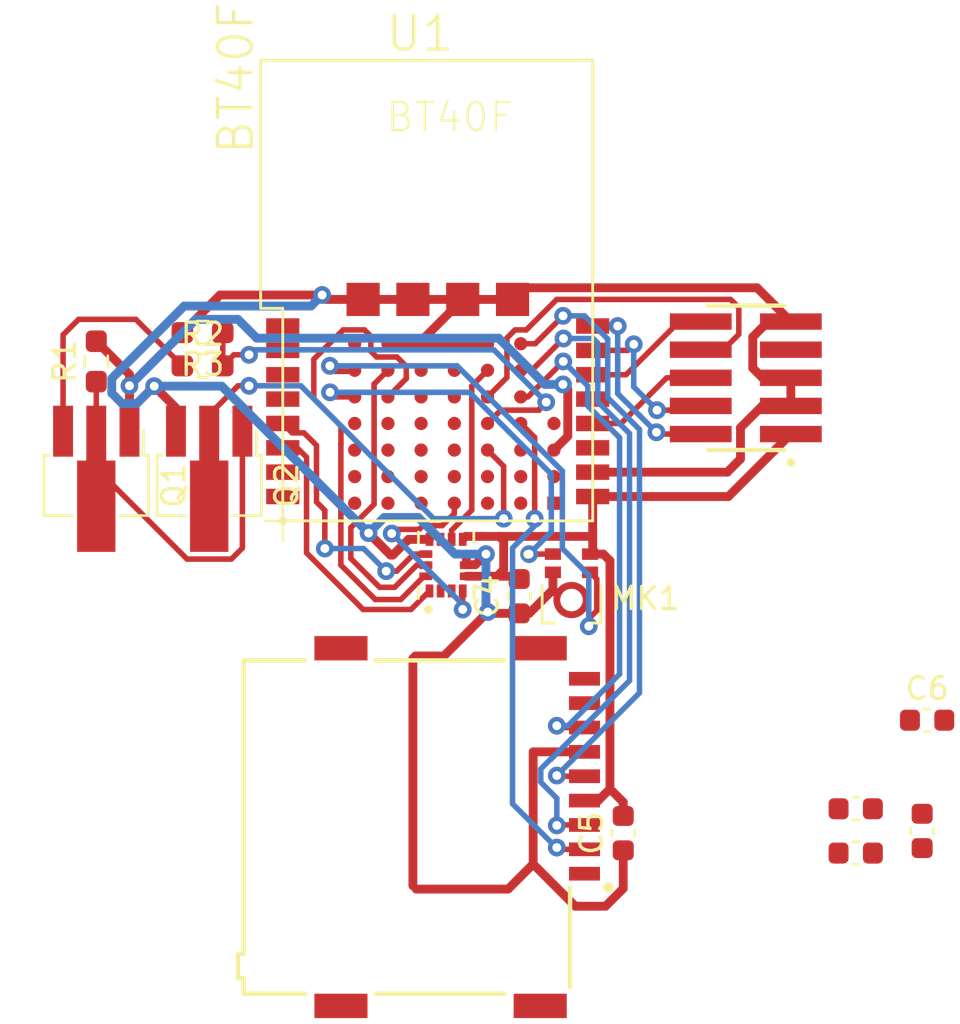
<source format=kicad_pcb>
(kicad_pcb (version 20221018) (generator pcbnew)
  (layers (0 "F.Cu" signal) (31 "B.Cu" signal) (34 "B.Paste" user) (35 "F.Paste" user) (36 "B.SilkS" user "B.Silkscreen") (37 "F.SilkS" user "F.Silkscreen") (38 "B.Mask" user) (39 "F.Mask" user) (44 "Edge.Cuts" user))
  (net 0 "")
  (net 1 "GND")
  (net 2 "VCC")
  (net 3 "Net-(U1-SWDIO)")
  (net 4 "Net-(U1-SWCLK)")
  (net 5 "Net-(U1-P11{slash}SWO)")
  (net 7 "VBAT")
  (net 8 "Net-(U1-P21{slash}RESET)")
  (net 10 "/SPI3_CS")
  (net 11 "/SPI3_MOSI")
  (net 12 "/SPI3_SCK")
  (net 13 "/SPI3_MISO")
  (net 17 "/I2S_SDIN")
  (net 18 "/I2S_SCK_M")
  (net 20 "/SPI2_CS")
  (net 21 "/SPI2_MISO")
  (net 22 "/SPI2_SCK")
  (net 23 "/SPI2_MOSI")
  (net 26 "/SWD_NC")
  (net 50 "/SPI2_INT")
  (net 51 "/ICM_CLKIN")
  (net 52 "VBAT_div")
  (net 53 "Net-(Q2-G)")
  (net 67 "Net-(Q1-G)")
  (net 68 "Net-(Q1-S)")
  (footprint "Fanstel_modules:BT40F" (layer "F.Cu") (at 114.12244 70.99998)
    (fp_text reference "U1")
    (fp_text value "BT40F")
  )
  (footprint "ICM-42688-P:PQFN50P300X250X97-14N" (layer "F.Cu") (at 121.5 73 90)
    (fp_text reference "U3" hide)
    (fp_text value "ICM-42688-P")
  )
  (footprint "FTSH-105-01-F-DV-P-TR:SAMTEC_FTSH-105-01-F-DV-P-TR" (layer "F.Cu") (at 135.035 64.54 90)
    (fp_text reference "J1" hide)
    (fp_text value "FTSH-105-01-F-DV-P-TR" hide)
  )
  (footprint "SPH0655LM4H-1:MIC_SPH0655LM4H-1" (layer "F.Cu") (at 127.1625 73.864)
    (fp_text reference "MK1")
    (fp_text value "SPH0655LM4H-1")
  )
  (footprint "Capacitor_SMD:C_0603_1608Metric" (layer "F.Cu") (at 140 86 180)
    (fp_text reference "C2" hide)
    (fp_text value "C" hide)
  )
  (footprint "Capacitor_SMD:C_0603_1608Metric" (layer "F.Cu") (at 129.5 85.1 90)
    (fp_text reference "C5")
    (fp_text value "C")
  )
  (footprint "MEM2075-00-140-01-A:GCT_MEM2075-00-140-01-A" (layer "F.Cu") (at 116.33 84.35 -90)
    (fp_text reference "J2" hide)
    (fp_text value "MEM2075-00-140-01-A" hide)
  )
  (footprint "Capacitor_SMD:C_0603_1608Metric" (layer "F.Cu") (at 140 84 180)
    (fp_text reference "C3" hide)
    (fp_text value "C" hide)
  )
  (footprint "Resistor_SMD:R_0603_1608Metric_Pad0.98x0.95mm_HandSolder" (layer "F.Cu") (at 110.5 64)
    (fp_text reference "R2")
    (fp_text value "R")
  )
  (footprint "Package_TO_SOT_SMD:SOT-89-3_Handsoldering" (layer "F.Cu") (at 105.7 69.4 -90)
    (fp_text reference "Q1")
    (fp_text value "PMOS")
  )
  (footprint "Package_TO_SOT_SMD:SOT-89-3_Handsoldering" (layer "F.Cu") (at 110.8 69.4 -90)
    (fp_text reference "Q2")
    (fp_text value "NMOS")
  )
  (footprint "Capacitor_SMD:C_0603_1608Metric" (layer "F.Cu") (at 143.225 80)
    (fp_text reference "C6")
    (fp_text value "C")
  )
  (footprint "Capacitor_SMD:C_0603_1608Metric" (layer "F.Cu") (at 124.8 74.4 90)
    (fp_text reference "C4")
    (fp_text value "C")
  )
  (footprint "Resistor_SMD:R_0603_1608Metric_Pad0.98x0.95mm_HandSolder" (layer "F.Cu") (at 105.7 63.8 90)
    (fp_text reference "R1")
    (fp_text value "100k")
  )
  (footprint "Resistor_SMD:R_0603_1608Metric_Pad0.98x0.95mm_HandSolder" (layer "F.Cu") (at 110.5 62.5 180)
    (fp_text reference "R3")
    (fp_text value "R")
  )
  (footprint "Capacitor_SMD:C_0603_1608Metric" (layer "F.Cu") (at 143 85 -90)
    (fp_text reference "C1" hide)
    (fp_text value "C" hide)
  )
  (segment (start 117.7521 61) (end 124.50088 61) (width 0.4) (layer "F.Cu") (net 1))
  (segment (start 120.117156 77.1) (end 120 77.217156) (width 0.4) (layer "F.Cu") (net 1))
  (segment (start 138.095 64.54) (end 137.07 64.54) (width 0.25) (layer "F.Cu") (net 1))
  (segment (start 108.315332 64.915332) (end 108.4 65) (width 0.25) (layer "F.Cu") (net 1))
  (segment (start 126.325 74.105406) (end 126.4875 74.267906) (width 0.4) (layer "F.Cu") (net 1))
  (segment (start 135.775 65.81) (end 134.795 66.79) (width 0.4) (layer "F.Cu") (net 1))
  (segment (start 137.07 65.81) (end 137.07 64.54) (width 0.4) (layer "F.Cu") (net 1))
  (segment (start 120 77.217156) (end 120 87.476778) (width 0.4) (layer "F.Cu") (net 1))
  (segment (start 122.25044 61) (end 120.37084 62.8796) (width 0.4) (layer "F.Cu") (net 1))
  (segment (start 126.325 73.322) (end 126.325 74.131906) (width 0.4) (layer "F.Cu") (net 1))
  (segment (start 123.383929 75.116071) (end 123.442858 75.175) (width 0.4) (layer "F.Cu") (net 1))
  (segment (start 122.415 72.5) (end 122.415 72.975) (width 0.4) (layer "F.Cu") (net 1))
  (segment (start 120.148222 87.625) (end 120 87.476778) (width 0.25) (layer "F.Cu") (net 1))
  (segment (start 119.802674 71.835) (end 120.75 71.835) (width 0.4) (layer "F.Cu") (net 1))
  (segment (start 124.50088 61) (end 125.02588 60.475) (width 0.4) (layer "F.Cu") (net 1))
  (segment (start 116.1 61) (end 117.7521 61) (width 0.4) (layer "F.Cu") (net 1))
  (segment (start 123.442858 75.175) (end 124.8 75.175) (width 0.4) (layer "F.Cu") (net 1))
  (segment (start 125.431527 81.431527) (end 125.431527 86.495251) (width 0.4) (layer "F.Cu") (net 1))
  (segment (start 122.825 72.975) (end 122.415 72.975) (width 0.4) (layer "F.Cu") (net 1))
  (segment (start 134.19966 68.80034) (end 128.12038 68.80034) (width 0.4) (layer "F.Cu") (net 1))
  (segment (start 135.35 64.1) (end 135.79 64.54) (width 0.4) (layer "F.Cu") (net 1))
  (segment (start 124.8 75.175) (end 125.255406 75.175) (width 0.4) (layer "F.Cu") (net 1))
  (segment (start 129.5 85.875) (end 129.5 87.6) (width 0.4) (layer "F.Cu") (net 1))
  (segment (start 125.431527 86.495251) (end 124.301778 87.625) (width 0.4) (layer "F.Cu") (net 1))
  (segment (start 115.9 60.8) (end 111.2875 60.8) (width 0.4) (layer "F.Cu") (net 1))
  (segment (start 136.045 62) (end 135.35 62.695) (width 0.4) (layer "F.Cu") (net 1))
  (segment (start 134.795 66.79) (end 134.795 68.205) (width 0.4) (layer "F.Cu") (net 1))
  (segment (start 125.433054 81.43) (end 127.75 81.43) (width 0.4) (layer "F.Cu") (net 1))
  (segment (start 125.431527 81.431527) (end 125.433054 81.43) (width 0.25) (layer "F.Cu") (net 1))
  (segment (start 120.37084 62.8796) (end 120.37084 63.00152) (width 0.4) (layer "F.Cu") (net 1))
  (segment (start 129.5 87.6) (end 128.7 88.4) (width 0.4) (layer "F.Cu") (net 1))
  (segment (start 123.37058 63.00152) (end 118.87224 63.00152) (width 0.4) (layer "F.Cu") (net 1))
  (segment (start 111.2875 60.8) (end 109.5875 62.5) (width 0.4) (layer "F.Cu") (net 1))
  (segment (start 123.383929 75.116071) (end 121.4 77.1) (width 0.4) (layer "F.Cu") (net 1))
  (segment (start 121.4 77.1) (end 120.117156 77.1) (width 0.4) (layer "F.Cu") (net 1))
  (segment (start 128.7 88.4) (end 127.336276 88.4) (width 0.4) (layer "F.Cu") (net 1))
  (segment (start 118 71.55164) (end 118.992245 72.543885) (width 0.4) (layer "F.Cu") (net 1))
  (segment (start 137.07 62) (end 136.045 62) (width 0.4) (layer "F.Cu") (net 1))
  (segment (start 135.79 64.54) (end 137.07 64.54) (width 0.4) (layer "F.Cu") (net 1))
  (segment (start 123.3005 72.4995) (end 122.825 72.975) (width 0.4) (layer "F.Cu") (net 1))
  (segment (start 108.315332 64.915332) (end 109.3 65.9) (width 0.4) (layer "F.Cu") (net 1))
  (segment (start 137.07 62) (end 138.095 62) (width 0.25) (layer "F.Cu") (net 1))
  (segment (start 118.992245 72.543885) (end 119.093789 72.543885) (width 0.4) (layer "F.Cu") (net 1))
  (segment (start 137.07 65.81) (end 135.775 65.81) (width 0.4) (layer "F.Cu") (net 1))
  (segment (start 135.35 62.695) (end 135.35 64.1) (width 0.4) (layer "F.Cu") (net 1))
  (segment (start 115.9 60.8) (end 116.1 61) (width 0.4) (layer "F.Cu") (net 1))
  (segment (start 135.545 60.475) (end 137.07 62) (width 0.4) (layer "F.Cu") (net 1))
  (segment (start 119.093789 72.543885) (end 119.802674 71.835) (width 0.4) (layer "F.Cu") (net 1))
  (segment (start 134.795 68.205) (end 134.19966 68.80034) (width 0.4) (layer "F.Cu") (net 1))
  (segment (start 127.336276 88.4) (end 125.431527 86.495251) (width 0.4) (layer "F.Cu") (net 1))
  (segment (start 125.255406 75.175) (end 126.325 74.105406) (width 0.4) (layer "F.Cu") (net 1))
  (segment (start 109.3 65.9) (end 109.3 66.95) (width 0.25) (layer "F.Cu") (net 1))
  (segment (start 124.301778 87.625) (end 120.148222 87.625) (width 0.4) (layer "F.Cu") (net 1))
  (segment (start 125.02588 60.475) (end 135.545 60.475) (width 0.4) (layer "F.Cu") (net 1))
  (via (at 115.9 60.8) (size 0.8) (drill 0.4) (layers "F.Cu" "B.Cu") (net 1))
  (via (at 123.383929 75.116071) (size 0.8) (drill 0.4) (layers "F.Cu" "B.Cu") (net 1))
  (via (at 108.315332 64.915332) (size 0.8) (drill 0.4) (layers "F.Cu" "B.Cu") (net 1))
  (via (at 123.3005 72.4995) (size 0.8) (drill 0.4) (layers "F.Cu" "B.Cu") (net 1))
  (via (at 118 71.55164) (size 0.8) (drill 0.4) (layers "F.Cu" "B.Cu") (net 1))
  (segment (start 123.3 72.5) (end 123.3 75.032142) (width 0.4) (layer "B.Cu") (net 1))
  (segment (start 123.3005 72.4995) (end 123.3 72.5) (width 0.25) (layer "B.Cu") (net 1))
  (segment (start 106.4 65.231371) (end 106.868629 65.7) (width 0.4) (layer "B.Cu") (net 1))
  (segment (start 111.363692 64.915332) (end 108.315332 64.915332) (width 0.4) (layer "B.Cu") (net 1))
  (segment (start 118 71.55164) (end 111.363692 64.915332) (width 0.4) (layer "B.Cu") (net 1))
  (segment (start 118.706582 70.845058) (end 118 71.55164) (width 0.4) (layer "B.Cu") (net 1))
  (segment (start 123.3005 72.4995) (end 123.301 72.5) (width 0.25) (layer "B.Cu") (net 1))
  (segment (start 115.4 61.3) (end 109.668629 61.3) (width 0.4) (layer "B.Cu") (net 1))
  (segment (start 107.530664 65.7) (end 108.315332 64.915332) (width 0.4) (layer "B.Cu") (net 1))
  (segment (start 106.4 64.568629) (end 106.4 65.231371) (width 0.4) (layer "B.Cu") (net 1))
  (segment (start 109.668629 61.3) (end 106.4 64.568629) (width 0.4) (layer "B.Cu") (net 1))
  (segment (start 115.9 60.8) (end 115.4 61.3) (width 0.4) (layer "B.Cu") (net 1))
  (segment (start 121.901809 72.5) (end 120.246867 70.845058) (width 0.4) (layer "B.Cu") (net 1))
  (segment (start 123.301 72.5) (end 123.4 72.5) (width 0.25) (layer "B.Cu") (net 1))
  (segment (start 120.246867 70.845058) (end 118.706582 70.845058) (width 0.4) (layer "B.Cu") (net 1))
  (segment (start 123.3 72.5) (end 121.901809 72.5) (width 0.4) (layer "B.Cu") (net 1))
  (segment (start 123.3 75.032142) (end 123.383929 75.116071) (width 0.25) (layer "B.Cu") (net 1))
  (segment (start 106.868629 65.7) (end 107.530664 65.7) (width 0.4) (layer "B.Cu") (net 1))
  (segment (start 128.9 83.1) (end 128.9 72.7985) (width 0.4) (layer "F.Cu") (net 2))
  (segment (start 128.12038 72.37962) (end 128.12038 71.7) (width 0.4) (layer "F.Cu") (net 2))
  (segment (start 123.9 71.7) (end 123.04 71.7) (width 0.4) (layer "F.Cu") (net 2))
  (segment (start 124.1005 73.1995) (end 123.8 73.5) (width 0.4) (layer "F.Cu") (net 2))
  (segment (start 134.24984 69.90016) (end 137.07 67.08) (width 0.4) (layer "F.Cu") (net 2))
  (segment (start 124.675 73.5) (end 124.8 73.625) (width 0.4) (layer "F.Cu") (net 2))
  (segment (start 123.9 71.7) (end 124.1005 71.9005) (width 0.4) (layer "F.Cu") (net 2))
  (segment (start 128.12038 72.35312) (end 128 72.4735) (width 0.4) (layer "F.Cu") (net 2))
  (segment (start 127.75 83.63) (end 128.37 83.63) (width 0.4) (layer "F.Cu") (net 2))
  (segment (start 128.37 83.63) (end 128.9 83.1) (width 0.4) (layer "F.Cu") (net 2))
  (segment (start 129.5 83.7) (end 128.9 83.1) (width 0.4) (layer "F.Cu") (net 2))
  (segment (start 124.1005 71.9005) (end 124.1005 73.1995) (width 0.4) (layer "F.Cu") (net 2))
  (segment (start 128.9 72.7985) (end 128.6015 72.5) (width 0.4) (layer "F.Cu") (net 2))
  (segment (start 128.12038 69.90016) (end 134.24984 69.90016) (width 0.4) (layer "F.Cu") (net 2))
  (segment (start 122.385 71.7) (end 122.325 71.76) (width 0.4) (layer "F.Cu") (net 2))
  (segment (start 123.8 73.5) (end 124.675 73.5) (width 0.4) (layer "F.Cu") (net 2))
  (segment (start 122.415 73.5) (end 123.8 73.5) (width 0.4) (layer "F.Cu") (net 2))
  (segment (start 123.04 71.7) (end 122.385 71.7) (width 0.4) (layer "F.Cu") (net 2))
  (segment (start 123.9 71.7) (end 128.12038 71.7) (width 0.4) (layer "F.Cu") (net 2))
  (segment (start 128.6015 72.5) (end 128 72.5) (width 0.4) (layer "F.Cu") (net 2))
  (segment (start 128.12038 71.7) (end 128.12038 69.90016) (width 0.4) (layer "F.Cu") (net 2))
  (segment (start 129.5 84.325) (end 129.5 83.7) (width 0.4) (layer "F.Cu") (net 2))
  (segment (start 131.07975 67.08) (end 133 67.08) (width 0.25) (layer "F.Cu") (net 3))
  (segment (start 129.25 62.20142) (end 128.12038 62.20142) (width 0.25) (layer "F.Cu") (net 3))
  (segment (start 130.998922 66.999172) (end 131.07975 67.08) (width 0.25) (layer "F.Cu") (net 3))
  (via (at 129.25 62.20142) (size 0.8) (drill 0.4) (layers "F.Cu" "B.Cu") (net 3))
  (via (at 130.998922 66.999172) (size 0.8) (drill 0.4) (layers "F.Cu" "B.Cu") (net 3))
  (segment (start 129.25 65.25) (end 130.25 66.25) (width 0.25) (layer "B.Cu") (net 3))
  (segment (start 130.25 66.25) (end 130.25 66.250707) (width 0.25) (layer "B.Cu") (net 3))
  (segment (start 129.25 62.20142) (end 129.25 65.25) (width 0.25) (layer "B.Cu") (net 3))
  (segment (start 130.998465 66.999172) (end 130.998922 66.999172) (width 0.25) (layer "B.Cu") (net 3))
  (segment (start 130.25 66.250707) (end 130.998465 66.999172) (width 0.25) (layer "B.Cu") (net 3))
  (segment (start 129.699467 63.30124) (end 128.12038 63.30124) (width 0.25) (layer "F.Cu") (net 4))
  (segment (start 131.024245 66.000354) (end 131.664646 66.000354) (width 0.25) (layer "F.Cu") (net 4))
  (segment (start 131.855 65.81) (end 133 65.81) (width 0.25) (layer "F.Cu") (net 4))
  (segment (start 131.664646 66.000354) (end 131.855 65.81) (width 0.25) (layer "F.Cu") (net 4))
  (segment (start 129.974025 63.026682) (end 129.699467 63.30124) (width 0.25) (layer "F.Cu") (net 4))
  (via (at 131.024245 66.000354) (size 0.8) (drill 0.4) (layers "F.Cu" "B.Cu") (net 4))
  (via (at 129.974025 63.026682) (size 0.8) (drill 0.4) (layers "F.Cu" "B.Cu") (net 4))
  (segment (start 129.974025 64.950134) (end 131.024245 66.000354) (width 0.25) (layer "B.Cu") (net 4))
  (segment (start 129.974025 63.026682) (end 129.974025 64.950134) (width 0.25) (layer "B.Cu") (net 4))
  (segment (start 129.3993 66.6007) (end 131.46 64.54) (width 0.25) (layer "F.Cu") (net 5))
  (segment (start 131.46 64.54) (end 133 64.54) (width 0.25) (layer "F.Cu") (net 5))
  (segment (start 128.12038 66.6007) (end 129.3993 66.6007) (width 0.25) (layer "F.Cu") (net 5))
  (segment (start 107.2 64.9) (end 107.2 64.3875) (width 0.4) (layer "F.Cu") (net 7))
  (segment (start 126.37032 67.80212) (end 126.99504 67.1774) (width 0.4) (layer "F.Cu") (net 7))
  (segment (start 107.2 64.3875) (end 105.7 62.8875) (width 0.4) (layer "F.Cu") (net 7))
  (segment (start 126.778015 64.837928) (end 126.99504 65.054953) (width 0.4) (layer "F.Cu") (net 7))
  (segment (start 126.99504 65.054953) (end 126.99504 67.1774) (width 0.4) (layer "F.Cu") (net 7))
  (segment (start 107.2 64.9) (end 107.2 66.95) (width 0.4) (layer "F.Cu") (net 7))
  (via (at 126.778015 64.837928) (size 0.8) (drill 0.4) (layers "F.Cu" "B.Cu") (net 7))
  (via (at 107.2 64.9) (size 0.8) (drill 0.4) (layers "F.Cu" "B.Cu") (net 7))
  (segment (start 125.96039 64.837928) (end 123.872462 62.75) (width 0.4) (layer "B.Cu") (net 7))
  (segment (start 110.2 61.9) (end 107.2 64.9) (width 0.4) (layer "B.Cu") (net 7))
  (segment (start 123.872462 62.75) (end 112.95 62.75) (width 0.4) (layer "B.Cu") (net 7))
  (segment (start 112.1 61.9) (end 110.2 61.9) (width 0.4) (layer "B.Cu") (net 7))
  (segment (start 126.778015 64.837928) (end 125.96039 64.837928) (width 0.4) (layer "B.Cu") (net 7))
  (segment (start 112.95 62.75) (end 112.1 61.9) (width 0.4) (layer "B.Cu") (net 7))
  (segment (start 128.12038 64.40106) (end 129.624245 64.40106) (width 0.25) (layer "F.Cu") (net 8))
  (segment (start 132.025305 62) (end 133 62) (width 0.25) (layer "F.Cu") (net 8))
  (segment (start 129.624245 64.40106) (end 132.025305 62) (width 0.25) (layer "F.Cu") (net 8))
  (segment (start 126.5 85.75) (end 126.58 85.83) (width 0.25) (layer "F.Cu") (net 10))
  (segment (start 126.58 85.83) (end 127.75 85.83) (width 0.25) (layer "F.Cu") (net 10))
  (segment (start 125.5 70.9005) (end 125.5 67.22898) (width 0.25) (layer "F.Cu") (net 10))
  (segment (start 125.5 67.22898) (end 124.87172 66.6007) (width 0.25) (layer "F.Cu") (net 10))
  (via (at 125.5 70.9005) (size 0.8) (drill 0.4) (layers "F.Cu" "B.Cu") (net 10))
  (via (at 126.5 85.75) (size 0.8) (drill 0.4) (layers "F.Cu" "B.Cu") (net 10))
  (segment (start 124.5 72.224695) (end 124.5 83.775305) (width 0.25) (layer "B.Cu") (net 10))
  (segment (start 126.474695 85.75) (end 126.5 85.75) (width 0.25) (layer "B.Cu") (net 10))
  (segment (start 125.5 71.224695) (end 124.5 72.224695) (width 0.25) (layer "B.Cu") (net 10))
  (segment (start 124.5 83.775305) (end 126.474695 85.75) (width 0.25) (layer "B.Cu") (net 10))
  (segment (start 125.5 70.9005) (end 125.5 71.224695) (width 0.25) (layer "B.Cu") (net 10))
  (segment (start 126.52 84.73) (end 127.75 84.73) (width 0.25) (layer "F.Cu") (net 11))
  (segment (start 125.366931 64.2004) (end 124.87172 64.2004) (width 0.25) (layer "F.Cu") (net 11))
  (segment (start 126.5 84.75) (end 126.52 84.73) (width 0.25) (layer "F.Cu") (net 11))
  (segment (start 126.801077 62.766254) (end 125.366931 64.2004) (width 0.25) (layer "F.Cu") (net 11))
  (via (at 126.5 84.75) (size 0.8) (drill 0.4) (layers "F.Cu" "B.Cu") (net 11))
  (via (at 126.801077 62.766254) (size 0.8) (drill 0.4) (layers "F.Cu" "B.Cu") (net 11))
  (segment (start 128.35 62.976396) (end 128.35 65.623499) (width 0.25) (layer "B.Cu") (net 11))
  (segment (start 126.5 83.525305) (end 126.5 84.75) (width 0.25) (layer "B.Cu") (net 11))
  (segment (start 126.199695 81.775) (end 125.775 82.199695) (width 0.25) (layer "B.Cu") (net 11))
  (segment (start 126.801077 62.766254) (end 128.139858 62.766254) (width 0.25) (layer "B.Cu") (net 11))
  (segment (start 129.784069 67.057568) (end 129.784069 78.215931) (width 0.25) (layer "B.Cu") (net 11))
  (segment (start 128.35 65.623499) (end 129.784069 67.057568) (width 0.25) (layer "B.Cu") (net 11))
  (segment (start 128.139858 62.766254) (end 128.35 62.976396) (width 0.25) (layer "B.Cu") (net 11))
  (segment (start 125.775 82.199695) (end 125.775 82.800305) (width 0.25) (layer "B.Cu") (net 11))
  (segment (start 126.225 81.775) (end 126.199695 81.775) (width 0.25) (layer "B.Cu") (net 11))
  (segment (start 129.784069 78.215931) (end 126.225 81.775) (width 0.25) (layer "B.Cu") (net 11))
  (segment (start 125.775 82.800305) (end 126.5 83.525305) (width 0.25) (layer "B.Cu") (net 11))
  (segment (start 126.781739 61.742267) (end 125.522486 63.00152) (width 0.25) (layer "F.Cu") (net 12))
  (segment (start 127.75 82.53) (end 126.53 82.53) (width 0.25) (layer "F.Cu") (net 12))
  (segment (start 126.53 82.53) (end 126.5 82.5) (width 0.25) (layer "F.Cu") (net 12))
  (segment (start 125.522486 63.00152) (end 124.87172 63.00152) (width 0.25) (layer "F.Cu") (net 12))
  (via (at 126.781739 61.742267) (size 0.8) (drill 0.4) (layers "F.Cu" "B.Cu") (net 12))
  (via (at 126.5 82.5) (size 0.8) (drill 0.4) (layers "F.Cu" "B.Cu") (net 12))
  (segment (start 127.752267 61.742267) (end 128.8 62.79) (width 0.25) (layer "B.Cu") (net 12))
  (segment (start 130.234069 78.765931) (end 126.5 82.5) (width 0.25) (layer "B.Cu") (net 12))
  (segment (start 128.8 62.79) (end 128.8 65.437103) (width 0.25) (layer "B.Cu") (net 12))
  (segment (start 126.781739 61.742267) (end 127.752267 61.742267) (width 0.25) (layer "B.Cu") (net 12))
  (segment (start 128.8 65.437103) (end 130.234069 66.871172) (width 0.25) (layer "B.Cu") (net 12))
  (segment (start 130.234069 66.871172) (end 130.234069 78.765931) (width 0.25) (layer "B.Cu") (net 12))
  (segment (start 126.791026 63.800903) (end 125.190109 65.40182) (width 0.25) (layer "F.Cu") (net 13))
  (segment (start 125.190109 65.40182) (end 124.87172 65.40182) (width 0.25) (layer "F.Cu") (net 13))
  (segment (start 127.75 80.33) (end 126.58 80.33) (width 0.25) (layer "F.Cu") (net 13))
  (segment (start 126.58 80.33) (end 126.5 80.25) (width 0.25) (layer "F.Cu") (net 13))
  (via (at 126.791026 63.800903) (size 0.8) (drill 0.4) (layers "F.Cu" "B.Cu") (net 13))
  (via (at 126.5 80.25) (size 0.8) (drill 0.4) (layers "F.Cu" "B.Cu") (net 13))
  (segment (start 129.334069 67.243964) (end 129.334069 77.917187) (width 0.25) (layer "B.Cu") (net 13))
  (segment (start 127.001256 80.25) (end 126.5 80.25) (width 0.25) (layer "B.Cu") (net 13))
  (segment (start 126.791026 63.800903) (end 127.9 64.909877) (width 0.25) (layer "B.Cu") (net 13))
  (segment (start 129.334069 77.917187) (end 127.001256 80.25) (width 0.25) (layer "B.Cu") (net 13))
  (segment (start 127.9 65.809895) (end 129.334069 67.243964) (width 0.25) (layer "B.Cu") (net 13))
  (segment (start 127.9 64.909877) (end 127.9 65.809895) (width 0.25) (layer "B.Cu") (net 13))
  (segment (start 116.46533 65.40182) (end 117.3711 65.40182) (width 0.25) (layer "F.Cu") (net 17))
  (segment (start 116.258162 65.194652) (end 116.46533 65.40182) (width 0.25) (layer "F.Cu") (net 17))
  (segment (start 125.25 72.5) (end 126.325 72.5) (width 0.25) (layer "F.Cu") (net 17))
  (via (at 116.258162 65.194652) (size 0.8) (drill 0.4) (layers "F.Cu" "B.Cu") (net 17))
  (via (at 125.25 72.5) (size 0.8) (drill 0.4) (layers "F.Cu" "B.Cu") (net 17))
  (segment (start 125.25 72.5) (end 126.25 71.5) (width 0.25) (layer "B.Cu") (net 17))
  (segment (start 126.25 71.5) (end 126.25 68.886396) (width 0.25) (layer "B.Cu") (net 17))
  (segment (start 126.25 68.886396) (end 122.558256 65.194652) (width 0.25) (layer "B.Cu") (net 17))
  (segment (start 122.558256 65.194652) (end 116.258162 65.194652) (width 0.25) (layer "B.Cu") (net 17))
  (segment (start 128.304911 75.056697) (end 128.304911 73.626911) (width 0.25) (layer "F.Cu") (net 18))
  (segment (start 116.25 64) (end 116.5 64.25) (width 0.25) (layer "F.Cu") (net 18))
  (segment (start 127.943615 75.756098) (end 127.943615 75.417993) (width 0.25) (layer "F.Cu") (net 18))
  (segment (start 127.943615 75.417993) (end 128.304911 75.056697) (width 0.25) (layer "F.Cu") (net 18))
  (segment (start 128.304911 73.626911) (end 128 73.322) (width 0.25) (layer "F.Cu") (net 18))
  (segment (start 116.5 64.25) (end 117.3215 64.25) (width 0.25) (layer "F.Cu") (net 18))
  (segment (start 117.3215 64.25) (end 117.3711 64.2004) (width 0.25) (layer "F.Cu") (net 18))
  (via (at 116.25 64) (size 0.8) (drill 0.4) (layers "F.Cu" "B.Cu") (net 18))
  (via (at 127.943615 75.756098) (size 0.8) (drill 0.4) (layers "F.Cu" "B.Cu") (net 18))
  (segment (start 126.75 68.75) (end 122 64) (width 0.25) (layer "B.Cu") (net 18))
  (segment (start 126.75 72.25) (end 126.75 68.75) (width 0.25) (layer "B.Cu") (net 18))
  (segment (start 127.943615 73.443615) (end 126.75 72.25) (width 0.25) (layer "B.Cu") (net 18))
  (segment (start 127.943615 75.756098) (end 127.943615 73.443615) (width 0.25) (layer "B.Cu") (net 18))
  (segment (start 122 64) (end 116.25 64) (width 0.25) (layer "B.Cu") (net 18))
  (segment (start 115.64674 67.589124) (end 115.083886 67.02627) (width 0.25) (layer "F.Cu") (net 20))
  (segment (start 114.54801 67.02627) (end 114.12244 66.6007) (width 0.25) (layer "F.Cu") (net 20))
  (segment (start 118.793484 73.268885) (end 119.268552 73.268885) (width 0.25) (layer "F.Cu") (net 20))
  (segment (start 116.022248 70.522248) (end 115.64674 70.14674) (width 0.25) (layer "F.Cu") (net 20))
  (segment (start 115.64674 70.14674) (end 115.64674 67.589124) (width 0.25) (layer "F.Cu") (net 20))
  (segment (start 119.268552 73.268885) (end 120.037437 72.5) (width 0.25) (layer "F.Cu") (net 20))
  (segment (start 116.022248 72.24765) (end 116.022248 70.522248) (width 0.25) (layer "F.Cu") (net 20))
  (segment (start 115.083886 67.02627) (end 114.54801 67.02627) (width 0.25) (layer "F.Cu") (net 20))
  (segment (start 120.037437 72.5) (end 120.585 72.5) (width 0.25) (layer "F.Cu") (net 20))
  (via (at 118.793484 73.268885) (size 0.8) (drill 0.4) (layers "F.Cu" "B.Cu") (net 20))
  (via (at 116.022248 72.24765) (size 0.8) (drill 0.4) (layers "F.Cu" "B.Cu") (net 20))
  (segment (start 117.772249 72.24765) (end 116.022248 72.24765) (width 0.25) (layer "B.Cu") (net 20))
  (segment (start 118.793484 73.268885) (end 117.772249 72.24765) (width 0.25) (layer "B.Cu") (net 20))
  (segment (start 120.75 74.165) (end 119.915 75) (width 0.25) (layer "F.Cu") (net 21))
  (segment (start 117.75 75) (end 115.19674 72.44674) (width 0.25) (layer "F.Cu") (net 21))
  (segment (start 115.19674 68.12609) (end 114.77117 67.70052) (width 0.25) (layer "F.Cu") (net 21))
  (segment (start 114.77117 67.70052) (end 114.12244 67.70052) (width 0.25) (layer "F.Cu") (net 21))
  (segment (start 119.915 75) (end 117.75 75) (width 0.25) (layer "F.Cu") (net 21))
  (segment (start 115.19674 72.44674) (end 115.19674 68.12609) (width 0.25) (layer "F.Cu") (net 21))
  (segment (start 118.87224 64.2004) (end 118.24752 64.82512) (width 0.25) (layer "F.Cu") (net 22))
  (segment (start 120.173833 73) (end 120.585 73) (width 0.25) (layer "F.Cu") (net 22))
  (segment (start 118.5 74) (end 119.173833 74) (width 0.25) (layer "F.Cu") (net 22))
  (segment (start 118.24752 70.25248) (end 117.19638 71.30362) (width 0.25) (layer "F.Cu") (net 22))
  (segment (start 119.173833 74) (end 120.173833 73) (width 0.25) (layer "F.Cu") (net 22))
  (segment (start 117.19638 71.30362) (end 117.19638 72.69638) (width 0.25) (layer "F.Cu") (net 22))
  (segment (start 117.19638 72.69638) (end 118.5 74) (width 0.25) (layer "F.Cu") (net 22))
  (segment (start 118.24752 64.82512) (end 118.24752 70.25248) (width 0.25) (layer "F.Cu") (net 22))
  (segment (start 116.74638 67.543352) (end 116.75 67.539732) (width 0.25) (layer "F.Cu") (net 23))
  (segment (start 116.75 67.539732) (end 116.75 66.711795) (width 0.25) (layer "F.Cu") (net 23))
  (segment (start 115.525 65.486795) (end 115.525 63.699695) (width 0.25) (layer "F.Cu") (net 23))
  (segment (start 117.8168 62.3768) (end 118.1 62.66) (width 0.25) (layer "F.Cu") (net 23))
  (segment (start 119.28 63.6) (end 119.7 64.02) (width 0.25) (layer "F.Cu") (net 23))
  (segment (start 115.525 63.699695) (end 116.847895 62.3768) (width 0.25) (layer "F.Cu") (net 23))
  (segment (start 116.74638 72.99638) (end 116.74638 67.543352) (width 0.25) (layer "F.Cu") (net 23))
  (segment (start 119.7 64.57406) (end 119.5 64.77406) (width 0.25) (layer "F.Cu") (net 23))
  (segment (start 118.36 63.6) (end 119.28 63.6) (width 0.25) (layer "F.Cu") (net 23))
  (segment (start 119.5 64.77406) (end 118.87224 65.40182) (width 0.25) (layer "F.Cu") (net 23))
  (segment (start 118.3 74.55) (end 116.74638 72.99638) (width 0.25) (layer "F.Cu") (net 23))
  (segment (start 116.75 66.711795) (end 115.525 65.486795) (width 0.25) (layer "F.Cu") (net 23))
  (segment (start 118.1 63.34) (end 118.36 63.6) (width 0.25) (layer "F.Cu") (net 23))
  (segment (start 116.847895 62.3768) (end 117.8168 62.3768) (width 0.25) (layer "F.Cu") (net 23))
  (segment (start 120.503833 73.5) (end 119.453833 74.55) (width 0.25) (layer "F.Cu") (net 23))
  (segment (start 119.7 64.02) (end 119.7 64.57406) (width 0.25) (layer "F.Cu") (net 23))
  (segment (start 119.453833 74.55) (end 118.3 74.55) (width 0.25) (layer "F.Cu") (net 23))
  (segment (start 120.585 73.5) (end 120.503833 73.5) (width 0.25) (layer "F.Cu") (net 23))
  (segment (start 118.1 62.66) (end 118.1 63.34) (width 0.25) (layer "F.Cu") (net 23))
  (segment (start 134.72 62.575) (end 134.025 63.27) (width 0.25) (layer "F.Cu") (net 26))
  (segment (start 125.1232 62.3768) (end 126.5 61) (width 0.25) (layer "F.Cu") (net 26))
  (segment (start 134.72 61.37) (end 134.72 62.575) (width 0.25) (layer "F.Cu") (net 26))
  (segment (start 124.247 62.742752) (end 124.612952 62.3768) (width 0.25) (layer "F.Cu") (net 26))
  (segment (start 126.5 61) (end 134.35 61) (width 0.25) (layer "F.Cu") (net 26))
  (segment (start 134.35 61) (end 134.72 61.37) (width 0.25) (layer "F.Cu") (net 26))
  (segment (start 123.37058 65.40182) (end 124.247 64.5254) (width 0.25) (layer "F.Cu") (net 26))
  (segment (start 124.247 64.5254) (end 124.247 62.742752) (width 0.25) (layer "F.Cu") (net 26))
  (segment (start 124.612952 62.3768) (end 125.1232 62.3768) (width 0.25) (layer "F.Cu") (net 26))
  (segment (start 134.025 63.27) (end 133 63.27) (width 0.25) (layer "F.Cu") (net 26))
  (segment (start 119.043017 71.570058) (end 119.228075 71.385) (width 0.25) (layer "F.Cu") (net 50))
  (segment (start 120.2815 71.385) (end 120.4515 71.215) (width 0.25) (layer "F.Cu") (net 50))
  (segment (start 120.4515 71.215) (end 121.322437 71.215) (width 0.25) (layer "F.Cu") (net 50))
  (segment (start 119.228075 71.385) (end 120.2815 71.385) (width 0.25) (layer "F.Cu") (net 50))
  (segment (start 122.25 74.165) (end 122.25 75) (width 0.25) (layer "F.Cu") (net 50))
  (segment (start 121.87198 70.665457) (end 121.87198 70.20242) (width 0.25) (layer "F.Cu") (net 50))
  (segment (start 121.322437 71.215) (end 121.87198 70.665457) (width 0.25) (layer "F.Cu") (net 50))
  (via (at 122.25 75) (size 0.8) (drill 0.4) (layers "F.Cu" "B.Cu") (net 50))
  (via (at 119.043017 71.570058) (size 0.8) (drill 0.4) (layers "F.Cu" "B.Cu") (net 50))
  (segment (start 122.25 74.777041) (end 122.25 75) (width 0.25) (layer "B.Cu") (net 50))
  (segment (start 119.043017 71.570058) (end 122.25 74.777041) (width 0.25) (layer "B.Cu") (net 50))
  (segment (start 121.75 71.835) (end 121.75 71.423833) (width 0.25) (layer "F.Cu") (net 51))
  (segment (start 121.75 71.423833) (end 122.66 70.513833) (width 0.25) (layer "F.Cu") (net 51))
  (segment (start 122.66 64.91098) (end 123.37058 64.2004) (width 0.25) (layer "F.Cu") (net 51))
  (segment (start 122.66 70.513833) (end 122.66 64.91098) (width 0.25) (layer "F.Cu") (net 51))
  (segment (start 126.02 65.68) (end 126.02 65.64) (width 0.25) (layer "F.Cu") (net 52))
  (segment (start 111.4125 64) (end 111.4125 62.5) (width 0.25) (layer "F.Cu") (net 52))
  (segment (start 125.7 66) (end 123.97128 66) (width 0.25) (layer "F.Cu") (net 52))
  (segment (start 125.7 66) (end 125.7 65.96) (width 0.25) (layer "F.Cu") (net 52))
  (segment (start 123.97128 66) (end 123.37058 66.6007) (width 0.25) (layer "F.Cu") (net 52))
  (segment (start 112.6 63.5) (end 111.9125 63.5) (width 0.25) (layer "F.Cu") (net 52))
  (segment (start 126.02 65.64) (end 126.06 65.64) (width 0.25) (layer "F.Cu") (net 52))
  (segment (start 125.7 65.96) (end 126.02 65.64) (width 0.25) (layer "F.Cu") (net 52))
  (segment (start 111.9125 63.5) (end 111.4125 64) (width 0.25) (layer "F.Cu") (net 52))
  (via (at 112.6 63.5) (size 0.8) (drill 0.4) (layers "F.Cu" "B.Cu") (net 52))
  (via (at 126.02 65.64) (size 0.8) (drill 0.4) (layers "F.Cu" "B.Cu") (net 52))
  (segment (start 112.825 63.275) (end 112.6 63.5) (width 0.25) (layer "B.Cu") (net 52))
  (segment (start 123.655 63.275) (end 112.825 63.275) (width 0.25) (layer "B.Cu") (net 52))
  (segment (start 126.02 65.64) (end 123.655 63.275) (width 0.25) (layer "B.Cu") (net 52))
  (segment (start 110.8 66.2) (end 110.8 67.0375) (width 0.25) (layer "F.Cu") (net 53))
  (segment (start 112.6 64.9) (end 112.1 64.9) (width 0.25) (layer "F.Cu") (net 53))
  (segment (start 123.37058 67.80212) (end 124.1 68.53154) (width 0.25) (layer "F.Cu") (net 53))
  (segment (start 124.1 68.53154) (end 124.1 70.9) (width 0.25) (layer "F.Cu") (net 53))
  (segment (start 112.1 64.9) (end 110.8 66.2) (width 0.25) (layer "F.Cu") (net 53))
  (via (at 112.6 64.9) (size 0.8) (drill 0.4) (layers "F.Cu" "B.Cu") (net 53))
  (via (at 124.1 70.9) (size 0.8) (drill 0.4) (layers "F.Cu" "B.Cu") (net 53))
  (segment (start 114.938205 64.9) (end 120.938205 70.9) (width 0.25) (layer "B.Cu") (net 53))
  (segment (start 120.938205 70.9) (end 124.1 70.9) (width 0.25) (layer "B.Cu") (net 53))
  (segment (start 112.6 64.9) (end 114.938205 64.9) (width 0.25) (layer "B.Cu") (net 53))
  (segment (start 111.80112 72.725) (end 112.3 72.22612) (width 0.25) (layer "F.Cu") (net 67))
  (segment (start 109.79888 72.725) (end 111.80112 72.725) (width 0.25) (layer "F.Cu") (net 67))
  (segment (start 105.7 64.7125) (end 105.7 67.0375) (width 0.25) (layer "F.Cu") (net 67))
  (segment (start 105.7 67.0375) (end 105.7 68.62612) (width 0.25) (layer "F.Cu") (net 67))
  (segment (start 105.7 68.62612) (end 109.79888 72.725) (width 0.25) (layer "F.Cu") (net 67))
  (segment (start 112.3 72.22612) (end 112.3 66.95) (width 0.25) (layer "F.Cu") (net 67))
  (segment (start 107.4875 61.9) (end 109.5875 64) (width 0.25) (layer "F.Cu") (net 68))
  (segment (start 104.2 66.95) (end 104.2 62.6) (width 0.25) (layer "F.Cu") (net 68))
  (segment (start 104.2 62.6) (end 104.9 61.9) (width 0.25) (layer "F.Cu") (net 68))
  (segment (start 104.9 61.9) (end 107.4875 61.9) (width 0.25) (layer "F.Cu") (net 68))
)
</source>
